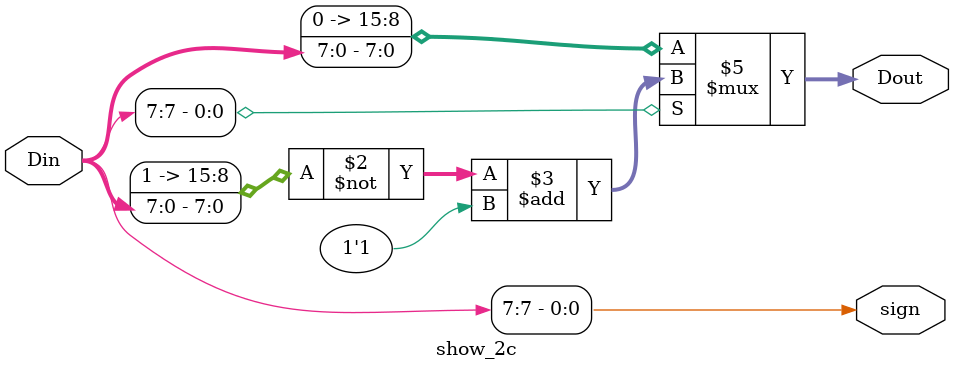
<source format=sv>
`timescale 1ns / 1ps


module show_2c(
    input [7:0] Din,
    output reg [15:0] Dout,
    output sign
    );
    assign sign = Din[7];
    
    always @*
        begin
            if (sign)
                Dout = ~{{8{1'b1}},Din} + 1'b1;
            else
                Dout = {{8{1'b0}},Din};
        end
endmodule

</source>
